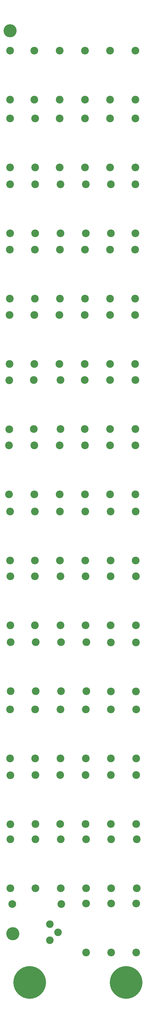
<source format=gbl>
%TF.GenerationSoftware,KiCad,Pcbnew,(5.1.6)-1*%
%TF.CreationDate,2020-11-11T15:34:42-07:00*%
%TF.ProjectId,HVProbe,48565072-6f62-4652-9e6b-696361645f70,rev?*%
%TF.SameCoordinates,Original*%
%TF.FileFunction,Copper,L2,Bot*%
%TF.FilePolarity,Positive*%
%FSLAX46Y46*%
G04 Gerber Fmt 4.6, Leading zero omitted, Abs format (unit mm)*
G04 Created by KiCad (PCBNEW (5.1.6)-1) date 2020-11-11 15:34:42*
%MOMM*%
%LPD*%
G01*
G04 APERTURE LIST*
%TA.AperFunction,ComponentPad*%
%ADD10C,2.340000*%
%TD*%
%TA.AperFunction,ComponentPad*%
%ADD11C,2.400000*%
%TD*%
%TA.AperFunction,ComponentPad*%
%ADD12O,2.400000X2.400000*%
%TD*%
%TA.AperFunction,ComponentPad*%
%ADD13C,4.064000*%
%TD*%
%TA.AperFunction,ComponentPad*%
%ADD14C,10.160000*%
%TD*%
G04 APERTURE END LIST*
D10*
%TO.P,RV1,3*%
%TO.N,GND*%
X90822140Y-311196360D03*
%TO.P,RV1,2*%
X93322140Y-308696360D03*
%TO.P,RV1,1*%
%TO.N,Net-(R82-Pad2)*%
X90822140Y-306196360D03*
%TD*%
D11*
%TO.P,R40,1*%
%TO.N,Net-(R40-Pad1)*%
X101678740Y-157256480D03*
D12*
%TO.P,R40,2*%
%TO.N,Net-(R39-Pad2)*%
X101678740Y-172496480D03*
%TD*%
%TO.P,R37,2*%
%TO.N,Net-(R37-Pad2)*%
X78120748Y-172496480D03*
D11*
%TO.P,R37,1*%
%TO.N,Net-(R36-Pad1)*%
X78120748Y-157256480D03*
%TD*%
%TO.P,R38,1*%
%TO.N,Net-(R38-Pad1)*%
X85973412Y-157256480D03*
D12*
%TO.P,R38,2*%
%TO.N,Net-(R37-Pad2)*%
X85973412Y-172496480D03*
%TD*%
%TO.P,R39,2*%
%TO.N,Net-(R39-Pad2)*%
X93826076Y-172496480D03*
D11*
%TO.P,R39,1*%
%TO.N,Net-(R38-Pad1)*%
X93826076Y-157256480D03*
%TD*%
D12*
%TO.P,R18,2*%
%TO.N,Net-(R17-Pad2)*%
X117370860Y-91321012D03*
D11*
%TO.P,R18,1*%
%TO.N,Net-(R18-Pad1)*%
X117370860Y-76081012D03*
%TD*%
%TO.P,R15,1*%
%TO.N,Net-(R14-Pad1)*%
X94101412Y-76081012D03*
D12*
%TO.P,R15,2*%
%TO.N,Net-(R15-Pad2)*%
X94101412Y-91321012D03*
%TD*%
D11*
%TO.P,R17,1*%
%TO.N,Net-(R16-Pad1)*%
X109795564Y-76081012D03*
D12*
%TO.P,R17,2*%
%TO.N,Net-(R17-Pad2)*%
X109795564Y-91321012D03*
%TD*%
%TO.P,R16,2*%
%TO.N,Net-(R15-Pad2)*%
X101948488Y-91321012D03*
D11*
%TO.P,R16,1*%
%TO.N,Net-(R16-Pad1)*%
X101948488Y-76081012D03*
%TD*%
%TO.P,R13,1*%
%TO.N,Net-(R12-Pad1)*%
X78407260Y-76081012D03*
D12*
%TO.P,R13,2*%
%TO.N,Net-(R13-Pad2)*%
X78407260Y-91321012D03*
%TD*%
%TO.P,R14,2*%
%TO.N,Net-(R13-Pad2)*%
X86254336Y-91321012D03*
D11*
%TO.P,R14,1*%
%TO.N,Net-(R14-Pad1)*%
X86254336Y-76081012D03*
%TD*%
D13*
%TO.P,J1,1*%
%TO.N,Net-(J1-Pad1)*%
X78412340Y-28287980D03*
%TD*%
D14*
%TO.P,J2,2*%
%TO.N,GND*%
X84550980Y-324246240D03*
%TO.P,J2,1*%
%TO.N,Net-(J2-Pad1)*%
X114520980Y-324246240D03*
%TD*%
D13*
%TO.P,J3,1*%
%TO.N,GND*%
X79260700Y-309163720D03*
%TD*%
D11*
%TO.P,R1,1*%
%TO.N,Net-(R1-Pad1)*%
X78409800Y-49753520D03*
D12*
%TO.P,R1,2*%
%TO.N,Net-(J1-Pad1)*%
X78409800Y-34513520D03*
%TD*%
D11*
%TO.P,R2,1*%
%TO.N,Net-(R1-Pad1)*%
X85985096Y-49753520D03*
D12*
%TO.P,R2,2*%
%TO.N,Net-(R2-Pad2)*%
X85985096Y-34513520D03*
%TD*%
%TO.P,R3,2*%
%TO.N,Net-(R2-Pad2)*%
X93832172Y-34513520D03*
D11*
%TO.P,R3,1*%
%TO.N,Net-(R3-Pad1)*%
X93832172Y-49753520D03*
%TD*%
%TO.P,R4,1*%
%TO.N,Net-(R3-Pad1)*%
X101679248Y-49753520D03*
D12*
%TO.P,R4,2*%
%TO.N,Net-(R4-Pad2)*%
X101679248Y-34513520D03*
%TD*%
%TO.P,R5,2*%
%TO.N,Net-(R4-Pad2)*%
X109526324Y-34513520D03*
D11*
%TO.P,R5,1*%
%TO.N,Net-(R5-Pad1)*%
X109526324Y-49753520D03*
%TD*%
%TO.P,R6,1*%
%TO.N,Net-(R5-Pad1)*%
X117373400Y-49753520D03*
D12*
%TO.P,R6,2*%
%TO.N,Net-(R6-Pad2)*%
X117373400Y-34513520D03*
%TD*%
%TO.P,R7,2*%
%TO.N,Net-(R6-Pad2)*%
X117373400Y-70797420D03*
D11*
%TO.P,R7,1*%
%TO.N,Net-(R7-Pad1)*%
X117373400Y-55557420D03*
%TD*%
%TO.P,R8,1*%
%TO.N,Net-(R7-Pad1)*%
X109526324Y-55557420D03*
D12*
%TO.P,R8,2*%
%TO.N,Net-(R8-Pad2)*%
X109526324Y-70797420D03*
%TD*%
%TO.P,R9,2*%
%TO.N,Net-(R8-Pad2)*%
X101679248Y-70797420D03*
D11*
%TO.P,R9,1*%
%TO.N,Net-(R10-Pad1)*%
X101679248Y-55557420D03*
%TD*%
%TO.P,R10,1*%
%TO.N,Net-(R10-Pad1)*%
X93832172Y-55557420D03*
D12*
%TO.P,R10,2*%
%TO.N,Net-(R10-Pad2)*%
X93832172Y-70797420D03*
%TD*%
D11*
%TO.P,R20,1*%
%TO.N,Net-(R20-Pad1)*%
X109482636Y-111617760D03*
D12*
%TO.P,R20,2*%
%TO.N,Net-(R19-Pad2)*%
X109482636Y-96377760D03*
%TD*%
D11*
%TO.P,R19,1*%
%TO.N,Net-(R18-Pad1)*%
X117276880Y-111617760D03*
D12*
%TO.P,R19,2*%
%TO.N,Net-(R19-Pad2)*%
X117276880Y-96377760D03*
%TD*%
%TO.P,R12,2*%
%TO.N,Net-(R11-Pad2)*%
X78422500Y-55567420D03*
D11*
%TO.P,R12,1*%
%TO.N,Net-(R12-Pad1)*%
X78422500Y-70807420D03*
%TD*%
%TO.P,R11,1*%
%TO.N,Net-(R10-Pad2)*%
X86240620Y-70807420D03*
D12*
%TO.P,R11,2*%
%TO.N,Net-(R11-Pad2)*%
X86240620Y-55567420D03*
%TD*%
%TO.P,R21,2*%
%TO.N,Net-(R21-Pad2)*%
X101688392Y-96377760D03*
D11*
%TO.P,R21,1*%
%TO.N,Net-(R20-Pad1)*%
X101688392Y-111617760D03*
%TD*%
%TO.P,R22,1*%
%TO.N,Net-(R22-Pad1)*%
X93894148Y-111617760D03*
D12*
%TO.P,R22,2*%
%TO.N,Net-(R21-Pad2)*%
X93894148Y-96377760D03*
%TD*%
%TO.P,R23,2*%
%TO.N,Net-(R23-Pad2)*%
X86099904Y-96377760D03*
D11*
%TO.P,R23,1*%
%TO.N,Net-(R22-Pad1)*%
X86099904Y-111617760D03*
%TD*%
D12*
%TO.P,R24,2*%
%TO.N,Net-(R23-Pad2)*%
X78305660Y-96377760D03*
D11*
%TO.P,R24,1*%
%TO.N,Net-(R24-Pad1)*%
X78305660Y-111617760D03*
%TD*%
%TO.P,R25,1*%
%TO.N,Net-(R24-Pad1)*%
X78298040Y-131935220D03*
D12*
%TO.P,R25,2*%
%TO.N,Net-(R25-Pad2)*%
X78298040Y-116695220D03*
%TD*%
%TO.P,R26,2*%
%TO.N,Net-(R25-Pad2)*%
X85926676Y-116695220D03*
D11*
%TO.P,R26,1*%
%TO.N,Net-(R26-Pad1)*%
X85926676Y-131935220D03*
%TD*%
%TO.P,R27,1*%
%TO.N,Net-(R26-Pad1)*%
X93773752Y-131935220D03*
D12*
%TO.P,R27,2*%
%TO.N,Net-(R27-Pad2)*%
X93773752Y-116695220D03*
%TD*%
%TO.P,R28,2*%
%TO.N,Net-(R27-Pad2)*%
X101620828Y-116695220D03*
D11*
%TO.P,R28,1*%
%TO.N,Net-(R28-Pad1)*%
X101620828Y-131935220D03*
%TD*%
%TO.P,R29,1*%
%TO.N,Net-(R28-Pad1)*%
X109467904Y-131935220D03*
D12*
%TO.P,R29,2*%
%TO.N,Net-(R29-Pad2)*%
X109467904Y-116695220D03*
%TD*%
%TO.P,R30,2*%
%TO.N,Net-(R29-Pad2)*%
X117314980Y-116695220D03*
D11*
%TO.P,R30,1*%
%TO.N,Net-(R30-Pad1)*%
X117314980Y-131935220D03*
%TD*%
%TO.P,R36,1*%
%TO.N,Net-(R36-Pad1)*%
X78140560Y-137025380D03*
D12*
%TO.P,R36,2*%
%TO.N,Net-(R35-Pad2)*%
X78140560Y-152265380D03*
%TD*%
%TO.P,R35,2*%
%TO.N,Net-(R35-Pad2)*%
X85813900Y-152184100D03*
D11*
%TO.P,R35,1*%
%TO.N,Net-(R34-Pad1)*%
X85813900Y-136944100D03*
%TD*%
%TO.P,R34,1*%
%TO.N,Net-(R34-Pad1)*%
X94079060Y-152151080D03*
D12*
%TO.P,R34,2*%
%TO.N,Net-(R33-Pad2)*%
X94079060Y-136911080D03*
%TD*%
%TO.P,R33,2*%
%TO.N,Net-(R33-Pad2)*%
X101654356Y-136911080D03*
D11*
%TO.P,R33,1*%
%TO.N,Net-(R32-Pad1)*%
X101654356Y-152151080D03*
%TD*%
%TO.P,R32,1*%
%TO.N,Net-(R32-Pad1)*%
X109501432Y-152151080D03*
D12*
%TO.P,R32,2*%
%TO.N,Net-(R31-Pad2)*%
X109501432Y-136911080D03*
%TD*%
%TO.P,R31,2*%
%TO.N,Net-(R31-Pad2)*%
X117348508Y-136911080D03*
D11*
%TO.P,R31,1*%
%TO.N,Net-(R30-Pad1)*%
X117348508Y-152151080D03*
%TD*%
D12*
%TO.P,R41,2*%
%TO.N,Net-(R41-Pad2)*%
X109526324Y-157213300D03*
D11*
%TO.P,R41,1*%
%TO.N,Net-(R40-Pad1)*%
X109526324Y-172453300D03*
%TD*%
%TO.P,R42,1*%
%TO.N,Net-(R42-Pad1)*%
X117373400Y-172453300D03*
D12*
%TO.P,R42,2*%
%TO.N,Net-(R41-Pad2)*%
X117373400Y-157213300D03*
%TD*%
%TO.P,R43,2*%
%TO.N,Net-(R43-Pad2)*%
X117497860Y-193083180D03*
D11*
%TO.P,R43,1*%
%TO.N,Net-(R42-Pad1)*%
X117497860Y-177843180D03*
%TD*%
%TO.P,R44,1*%
%TO.N,Net-(R44-Pad1)*%
X109650784Y-177843180D03*
D12*
%TO.P,R44,2*%
%TO.N,Net-(R43-Pad2)*%
X109650784Y-193083180D03*
%TD*%
%TO.P,R45,2*%
%TO.N,Net-(R45-Pad2)*%
X101803708Y-193083180D03*
D11*
%TO.P,R45,1*%
%TO.N,Net-(R44-Pad1)*%
X101803708Y-177843180D03*
%TD*%
%TO.P,R46,1*%
%TO.N,Net-(R46-Pad1)*%
X93956632Y-177843180D03*
D12*
%TO.P,R46,2*%
%TO.N,Net-(R45-Pad2)*%
X93956632Y-193083180D03*
%TD*%
%TO.P,R47,2*%
%TO.N,Net-(R47-Pad2)*%
X86109556Y-193083180D03*
D11*
%TO.P,R47,1*%
%TO.N,Net-(R46-Pad1)*%
X86109556Y-177843180D03*
%TD*%
%TO.P,R48,1*%
%TO.N,Net-(R48-Pad1)*%
X78409800Y-177843180D03*
D12*
%TO.P,R48,2*%
%TO.N,Net-(R47-Pad2)*%
X78409800Y-193083180D03*
%TD*%
%TO.P,R49,2*%
%TO.N,Net-(R49-Pad2)*%
X78544420Y-197943172D03*
D11*
%TO.P,R49,1*%
%TO.N,Net-(R48-Pad1)*%
X78544420Y-213183172D03*
%TD*%
%TO.P,R50,1*%
%TO.N,Net-(R50-Pad1)*%
X86119716Y-213183172D03*
D12*
%TO.P,R50,2*%
%TO.N,Net-(R49-Pad2)*%
X86119716Y-197943172D03*
%TD*%
%TO.P,R60,2*%
%TO.N,Net-(R59-Pad2)*%
X78559152Y-218463832D03*
D11*
%TO.P,R60,1*%
%TO.N,Net-(R60-Pad1)*%
X78559152Y-233703832D03*
%TD*%
D12*
%TO.P,R59,2*%
%TO.N,Net-(R59-Pad2)*%
X86406228Y-218463832D03*
D11*
%TO.P,R59,1*%
%TO.N,Net-(R58-Pad1)*%
X86406228Y-233703832D03*
%TD*%
D12*
%TO.P,R58,2*%
%TO.N,Net-(R57-Pad2)*%
X94253304Y-218463832D03*
D11*
%TO.P,R58,1*%
%TO.N,Net-(R58-Pad1)*%
X94253304Y-233703832D03*
%TD*%
%TO.P,R57,1*%
%TO.N,Net-(R56-Pad1)*%
X102100380Y-233703832D03*
D12*
%TO.P,R57,2*%
%TO.N,Net-(R57-Pad2)*%
X102100380Y-218463832D03*
%TD*%
%TO.P,R56,2*%
%TO.N,Net-(R55-Pad2)*%
X109781340Y-233776520D03*
D11*
%TO.P,R56,1*%
%TO.N,Net-(R56-Pad1)*%
X109781340Y-218536520D03*
%TD*%
%TO.P,R55,1*%
%TO.N,Net-(R54-Pad1)*%
X117543580Y-218536520D03*
D12*
%TO.P,R55,2*%
%TO.N,Net-(R55-Pad2)*%
X117543580Y-233776520D03*
%TD*%
%TO.P,R54,2*%
%TO.N,Net-(R53-Pad2)*%
X117554248Y-213188216D03*
D11*
%TO.P,R54,1*%
%TO.N,Net-(R54-Pad1)*%
X117554248Y-197948216D03*
%TD*%
%TO.P,R53,1*%
%TO.N,Net-(R52-Pad1)*%
X109707172Y-197948216D03*
D12*
%TO.P,R53,2*%
%TO.N,Net-(R53-Pad2)*%
X109707172Y-213188216D03*
%TD*%
%TO.P,R52,2*%
%TO.N,Net-(R51-Pad2)*%
X101860096Y-213188216D03*
D11*
%TO.P,R52,1*%
%TO.N,Net-(R52-Pad1)*%
X101860096Y-197948216D03*
%TD*%
%TO.P,R51,1*%
%TO.N,Net-(R50-Pad1)*%
X94094300Y-197948216D03*
D12*
%TO.P,R51,2*%
%TO.N,Net-(R51-Pad2)*%
X94094300Y-213188216D03*
%TD*%
%TO.P,R61,2*%
%TO.N,Net-(R61-Pad2)*%
X78409800Y-239382880D03*
D11*
%TO.P,R61,1*%
%TO.N,Net-(R60-Pad1)*%
X78409800Y-254622880D03*
%TD*%
%TO.P,R62,1*%
%TO.N,Net-(R62-Pad1)*%
X86254336Y-254622880D03*
D12*
%TO.P,R62,2*%
%TO.N,Net-(R61-Pad2)*%
X86254336Y-239382880D03*
%TD*%
D11*
%TO.P,R63,1*%
%TO.N,Net-(R62-Pad1)*%
X94101412Y-254622880D03*
D12*
%TO.P,R63,2*%
%TO.N,Net-(R63-Pad2)*%
X94101412Y-239382880D03*
%TD*%
%TO.P,R64,2*%
%TO.N,Net-(R63-Pad2)*%
X101948488Y-239382880D03*
D11*
%TO.P,R64,1*%
%TO.N,Net-(R64-Pad1)*%
X101948488Y-254622880D03*
%TD*%
%TO.P,R65,1*%
%TO.N,Net-(R64-Pad1)*%
X109795564Y-254622880D03*
D12*
%TO.P,R65,2*%
%TO.N,Net-(R65-Pad2)*%
X109795564Y-239382880D03*
%TD*%
%TO.P,R66,2*%
%TO.N,Net-(R65-Pad2)*%
X117642640Y-239382880D03*
D11*
%TO.P,R66,1*%
%TO.N,Net-(R66-Pad1)*%
X117642640Y-254622880D03*
%TD*%
%TO.P,R67,1*%
%TO.N,Net-(R66-Pad1)*%
X117591840Y-259776504D03*
D12*
%TO.P,R67,2*%
%TO.N,Net-(R67-Pad2)*%
X117591840Y-275016504D03*
%TD*%
%TO.P,R68,2*%
%TO.N,Net-(R67-Pad2)*%
X109744764Y-275016504D03*
D11*
%TO.P,R68,1*%
%TO.N,Net-(R68-Pad1)*%
X109744764Y-259776504D03*
%TD*%
%TO.P,R69,1*%
%TO.N,Net-(R68-Pad1)*%
X101897688Y-259776504D03*
D12*
%TO.P,R69,2*%
%TO.N,Net-(R69-Pad2)*%
X101897688Y-275016504D03*
%TD*%
%TO.P,R70,2*%
%TO.N,Net-(R69-Pad2)*%
X94050612Y-275016504D03*
D11*
%TO.P,R70,1*%
%TO.N,Net-(R70-Pad1)*%
X94050612Y-259776504D03*
%TD*%
%TO.P,R80,1*%
%TO.N,Net-(J2-Pad1)*%
X109861604Y-314959456D03*
D12*
%TO.P,R80,2*%
%TO.N,Net-(R79-Pad2)*%
X109861604Y-299719456D03*
%TD*%
%TO.P,R79,2*%
%TO.N,Net-(R79-Pad2)*%
X117655340Y-299719456D03*
D11*
%TO.P,R79,1*%
%TO.N,Net-(R78-Pad1)*%
X117655340Y-314959456D03*
%TD*%
%TO.P,R78,1*%
%TO.N,Net-(R78-Pad1)*%
X117772180Y-279783352D03*
D12*
%TO.P,R78,2*%
%TO.N,Net-(R77-Pad2)*%
X117772180Y-295023352D03*
%TD*%
%TO.P,R77,2*%
%TO.N,Net-(R77-Pad2)*%
X109874304Y-295023352D03*
D11*
%TO.P,R77,1*%
%TO.N,Net-(R76-Pad1)*%
X109874304Y-279783352D03*
%TD*%
%TO.P,R76,1*%
%TO.N,Net-(R76-Pad1)*%
X102027228Y-279783352D03*
D12*
%TO.P,R76,2*%
%TO.N,Net-(R75-Pad2)*%
X102027228Y-295023352D03*
%TD*%
%TO.P,R75,2*%
%TO.N,Net-(R75-Pad2)*%
X94180152Y-295023352D03*
D11*
%TO.P,R75,1*%
%TO.N,Net-(R74-Pad1)*%
X94180152Y-279783352D03*
%TD*%
%TO.P,R74,1*%
%TO.N,Net-(R74-Pad1)*%
X86333076Y-279783352D03*
D12*
%TO.P,R74,2*%
%TO.N,Net-(R73-Pad2)*%
X86333076Y-295023352D03*
%TD*%
%TO.P,R73,2*%
%TO.N,Net-(R73-Pad2)*%
X78486000Y-295023352D03*
D11*
%TO.P,R73,1*%
%TO.N,Net-(R72-Pad1)*%
X78486000Y-279783352D03*
%TD*%
%TO.P,R72,1*%
%TO.N,Net-(R72-Pad1)*%
X78508860Y-275084540D03*
D12*
%TO.P,R72,2*%
%TO.N,Net-(R71-Pad2)*%
X78508860Y-259844540D03*
%TD*%
%TO.P,R71,2*%
%TO.N,Net-(R71-Pad2)*%
X86332060Y-259765800D03*
D11*
%TO.P,R71,1*%
%TO.N,Net-(R70-Pad1)*%
X86332060Y-275005800D03*
%TD*%
%TO.P,R81,1*%
%TO.N,Net-(J2-Pad1)*%
X102036880Y-314980320D03*
D12*
%TO.P,R81,2*%
%TO.N,Net-(R81-Pad2)*%
X102036880Y-299740320D03*
%TD*%
%TO.P,R82,2*%
%TO.N,Net-(R82-Pad2)*%
X79085440Y-299862240D03*
D11*
%TO.P,R82,1*%
%TO.N,Net-(R81-Pad2)*%
X94325440Y-299862240D03*
%TD*%
M02*

</source>
